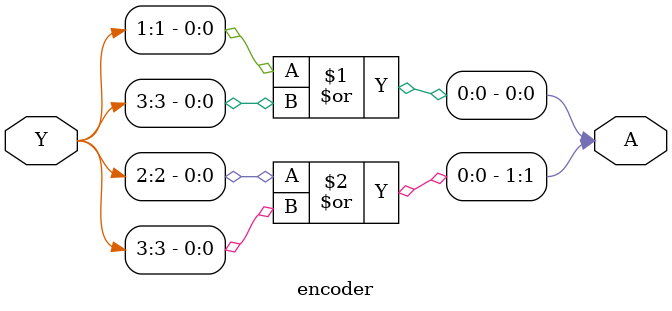
<source format=v>
module encoder
(
    input [3:0] Y,
    output [1:0] A
);
assign A[0] = Y[1] | Y[3];
assign A[1] = Y[2] | Y[3];
endmodule
</source>
